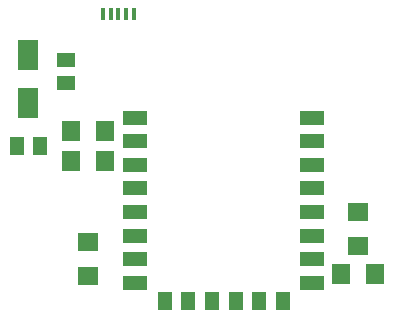
<source format=gbr>
G04 EAGLE Gerber RS-274X export*
G75*
%MOMM*%
%FSLAX34Y34*%
%LPD*%
%INSolderpaste Top*%
%IPPOS*%
%AMOC8*
5,1,8,0,0,1.08239X$1,22.5*%
G01*
%ADD10R,2.000000X1.200000*%
%ADD11R,1.200000X1.500000*%
%ADD12R,1.803000X1.600000*%
%ADD13R,0.400000X1.050000*%
%ADD14R,1.700000X2.500000*%
%ADD15R,1.300000X1.500000*%
%ADD16R,1.600000X1.803000*%
%ADD17R,1.500000X1.300000*%


D10*
X268300Y278200D03*
X268300Y298200D03*
X268300Y318200D03*
X268300Y338200D03*
X268300Y358200D03*
X268300Y378200D03*
X268300Y398200D03*
X268300Y418200D03*
D11*
X293300Y263200D03*
X313300Y263200D03*
X333300Y263200D03*
X353300Y263200D03*
X373300Y263200D03*
X393300Y263200D03*
D10*
X418300Y278200D03*
X418300Y298200D03*
X418300Y318200D03*
X418300Y338200D03*
X418300Y358200D03*
X418300Y378200D03*
X418300Y398200D03*
X418300Y418200D03*
D12*
X457200Y338070D03*
X457200Y309630D03*
D13*
X267000Y506050D03*
X260500Y506050D03*
X254000Y506050D03*
X247500Y506050D03*
X241000Y506050D03*
D14*
X177800Y430850D03*
X177800Y470850D03*
D15*
X168300Y393700D03*
X187300Y393700D03*
D12*
X228600Y312670D03*
X228600Y284230D03*
D16*
X242820Y381000D03*
X214380Y381000D03*
X242820Y406400D03*
X214380Y406400D03*
X442980Y285750D03*
X471420Y285750D03*
D17*
X209550Y447700D03*
X209550Y466700D03*
M02*

</source>
